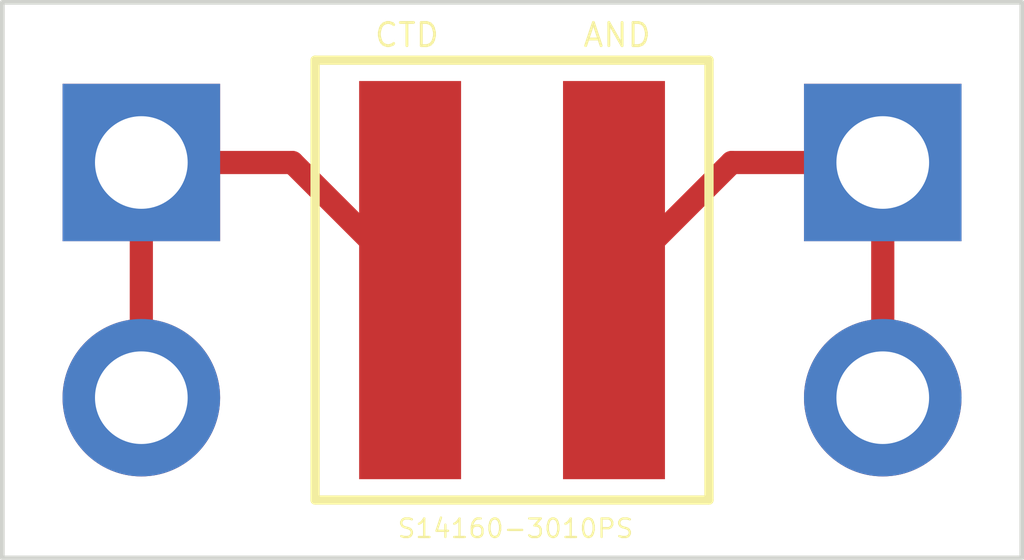
<source format=kicad_pcb>
(kicad_pcb (version 20241229) (generator "pcbnew") (generator_version "9.0")
  (layers (0 "F.Cu" signal) (2 "B.Cu" signal) (13 "F.Paste" user) (15 "B.Paste" user) (5 "F.SilkS" user "F.Silkscreen") (7 "B.SilkS" user "B.Silkscreen") (1 "F.Mask" user) (3 "B.Mask" user) (25 "Edge.Cuts" user))
  (net 0 "")
  (net 1 "SIG")
  (net 2 "HV+")
  (footprint "Connector_PinHeader_2.54mm:Custom_PinHeader_1x02_P2.54mm_Vertical" (layer "F.Cu") (at 153.5 98.73)
    (property "Reference" "J-PWR-2" (hide yes))
    (property "Value" "Conn_01x02_Pin" (hide yes))
    (pad "1" thru_hole rect (at 0 0) (size 1.7 1.7) (drill 1) (layers "*.Cu" "*.Mask") (net 2 "HV+"))
    (pad "2" thru_hole circle (at 0 2.54) (size 1.7 1.7) (drill 1) (layers "*.Cu" "*.Mask") (net 2 "HV+"))
  )
  (footprint "Library:S14160-3010PS" (layer "F.Cu") (at 157.5 100)
    (property "Reference" "D1" (hide yes))
    (property "Value" "~" (hide yes))
    (fp_line (start -2.125 2.375) (end -2.125 -2.375) (stroke (width 0.1)) (layer "F.SilkS"))
    (fp_line (start 2.125 -2.375) (end -2.125 -2.375) (stroke (width 0.1)) (layer "F.SilkS"))
    (fp_line (start 2.125 2.375) (end -2.125 2.375) (stroke (width 0.1)) (layer "F.SilkS"))
    (fp_line (start 2.125 2.375) (end 2.125 -2.375) (stroke (width 0.1)) (layer "F.SilkS"))
    (pad "1" smd rect (at -1.1 0) (size 1.1 4.3) (layers "F.Cu" "F.Mask" "F.Paste") (net 2 "HV+"))
    (pad "2" smd rect (at 1.1 0) (size 1.1 4.3) (layers "F.Cu" "F.Mask" "F.Paste") (net 1 "SIG"))
  )
  (footprint "Connector_PinHeader_2.54mm:Custom_PinHeader_1x02_P2.54mm_Vertical" (layer "F.Cu") (at 161.5 98.73)
    (property "Reference" "J-SIG-2" (hide yes))
    (property "Value" "Conn_01x02_Pin" (hide yes))
    (pad "1" thru_hole rect (at 0 0) (size 1.7 1.7) (drill 1) (layers "*.Cu" "*.Mask") (net 1 "SIG"))
    (pad "2" thru_hole circle (at 0 2.54) (size 1.7 1.7) (drill 1) (layers "*.Cu" "*.Mask") (net 1 "SIG"))
  )
  (gr_rect (start 152 97) (end 163 103) (stroke (width 0.05)) (fill no) (layer "Edge.Cuts"))
  (gr_text "S14160-3010PS" (at 156.25 102.8 0) (layer "F.SilkS") (effects (font (size 0.2 0.2) (thickness 0.025)) (justify left bottom)))
  (gr_text "AND" (at 158.25 97.5 0) (layer "F.SilkS") (effects (font (size 0.25 0.25) (thickness 0.03125)) (justify left bottom)))
  (gr_text "CTD" (at 156 97.5 0) (layer "F.SilkS") (effects (font (size 0.25 0.25) (thickness 0.03125)) (justify left bottom)))
  (segment (start 161.5 101.27) (end 161.5 98.73) (width 0.25) (layer "F.Cu") (net 1))
  (segment (start 161.5 98.73) (end 159.87 98.73) (width 0.25) (layer "F.Cu") (net 1))
  (segment (start 159.87 98.73) (end 158.6 100) (width 0.25) (layer "F.Cu") (net 1))
  (segment (start 153.5 101.27) (end 153.5 98.73) (width 0.25) (layer "F.Cu") (net 2))
  (segment (start 155.13 98.73) (end 156.4 100) (width 0.25) (layer "F.Cu") (net 2))
  (segment (start 153.5 98.73) (end 155.13 98.73) (width 0.25) (layer "F.Cu") (net 2))
)
</source>
